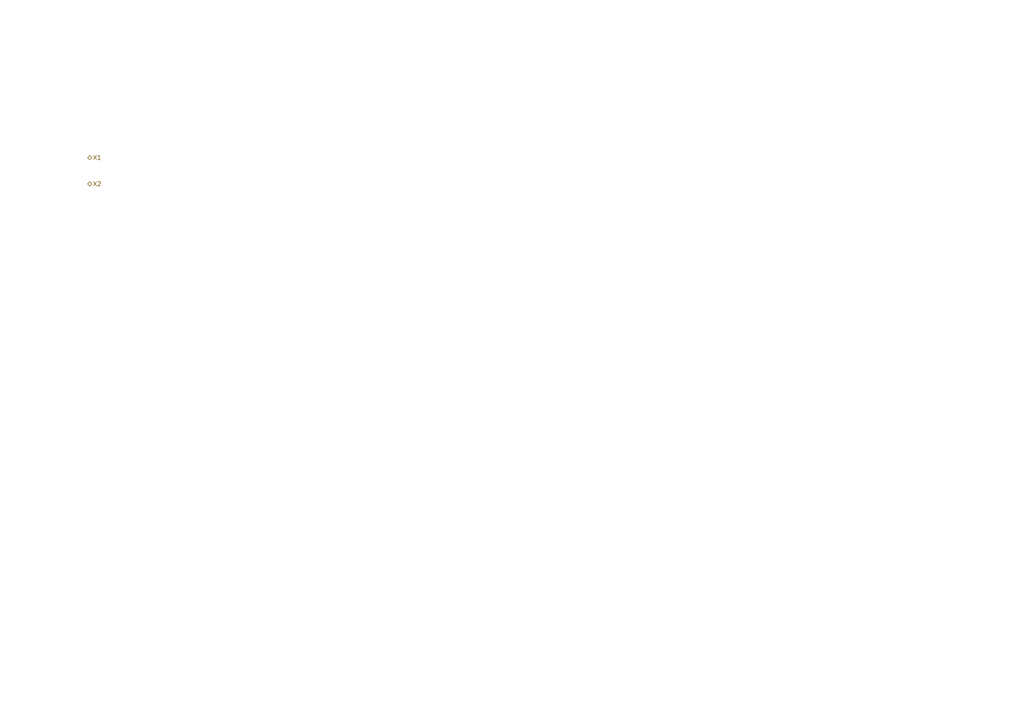
<source format=kicad_sch>
(kicad_sch
	(version 20250114)
	(generator "eeschema")
	(generator_version "9.0")
	(uuid "621ce1b9-7615-49a2-a6e9-b7fa03f797f3")
	(paper "A4")
	(lib_symbols)
	(hierarchical_label "X1"
		(shape bidirectional)
		(at 25.4 45.72 0)
		(effects
			(font
				(size 1.27 1.27)
			)
			(justify left)
		)
		(uuid "9bcdca95-ccb8-4570-954d-f75500ae464d")
	)
	(hierarchical_label "X2"
		(shape bidirectional)
		(at 25.4 53.34 0)
		(effects
			(font
				(size 1.27 1.27)
			)
			(justify left)
		)
		(uuid "aa3e590d-552e-4b7f-9c1a-699bb7742427")
	)
)

</source>
